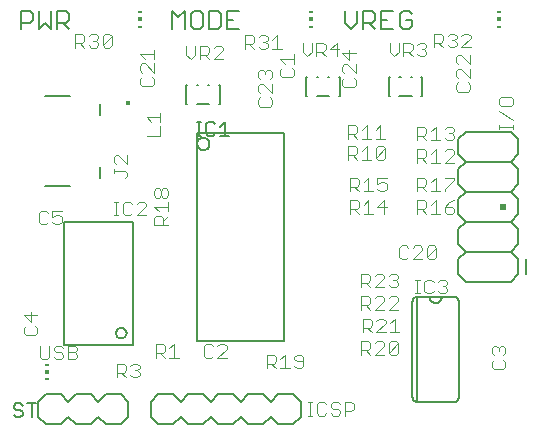
<source format=gto>
G75*
G70*
%OFA0B0*%
%FSLAX24Y24*%
%IPPOS*%
%LPD*%
%AMOC8*
5,1,8,0,0,1.08239X$1,22.5*
%
%ADD10C,0.0050*%
%ADD11C,0.0040*%
%ADD12R,0.0118X0.0059*%
%ADD13R,0.0118X0.0118*%
%ADD14C,0.0060*%
%ADD15C,0.0080*%
%ADD16R,0.0118X0.0157*%
%ADD17R,0.0200X0.0200*%
D10*
X002816Y005294D02*
X002741Y005369D01*
X002816Y005294D02*
X002966Y005294D01*
X003041Y005369D01*
X003041Y005444D01*
X002966Y005519D01*
X002816Y005519D01*
X002741Y005594D01*
X002741Y005669D01*
X002816Y005744D01*
X002966Y005744D01*
X003041Y005669D01*
X003201Y005744D02*
X003501Y005744D01*
X003351Y005744D02*
X003351Y005294D01*
X008854Y014664D02*
X009004Y014664D01*
X008929Y014664D02*
X008929Y015114D01*
X008854Y015114D02*
X009004Y015114D01*
X009161Y015039D02*
X009161Y014739D01*
X009236Y014664D01*
X009386Y014664D01*
X009461Y014739D01*
X009621Y014664D02*
X009921Y014664D01*
X009771Y014664D02*
X009771Y015114D01*
X009621Y014964D01*
X009461Y015039D02*
X009386Y015114D01*
X009236Y015114D01*
X009161Y015039D01*
X009247Y018214D02*
X009552Y018214D01*
X009654Y018315D01*
X009654Y018722D01*
X009552Y018824D01*
X009247Y018824D01*
X009247Y018214D01*
X009046Y018315D02*
X009046Y018722D01*
X008944Y018824D01*
X008741Y018824D01*
X008639Y018722D01*
X008639Y018315D01*
X008741Y018214D01*
X008944Y018214D01*
X009046Y018315D01*
X008439Y018214D02*
X008439Y018824D01*
X008235Y018621D01*
X008032Y018824D01*
X008032Y018214D01*
X009855Y018214D02*
X010262Y018214D01*
X010058Y018519D02*
X009855Y018519D01*
X009855Y018824D02*
X009855Y018214D01*
X009855Y018824D02*
X010262Y018824D01*
X013782Y018824D02*
X013782Y018417D01*
X013985Y018214D01*
X014189Y018417D01*
X014189Y018824D01*
X014389Y018824D02*
X014694Y018824D01*
X014796Y018722D01*
X014796Y018519D01*
X014694Y018417D01*
X014389Y018417D01*
X014389Y018214D02*
X014389Y018824D01*
X014593Y018417D02*
X014796Y018214D01*
X014997Y018214D02*
X015404Y018214D01*
X015605Y018315D02*
X015706Y018214D01*
X015910Y018214D01*
X016012Y018315D01*
X016012Y018519D01*
X015808Y018519D01*
X015605Y018722D02*
X015605Y018315D01*
X015605Y018722D02*
X015706Y018824D01*
X015910Y018824D01*
X016012Y018722D01*
X015404Y018824D02*
X014997Y018824D01*
X014997Y018214D01*
X014997Y018519D02*
X015200Y018519D01*
X004604Y018519D02*
X004502Y018417D01*
X004197Y018417D01*
X004197Y018214D02*
X004197Y018824D01*
X004502Y018824D01*
X004604Y018722D01*
X004604Y018519D01*
X004400Y018417D02*
X004604Y018214D01*
X003996Y018214D02*
X003996Y018824D01*
X003589Y018824D02*
X003589Y018214D01*
X003793Y018417D01*
X003996Y018214D01*
X003389Y018519D02*
X003287Y018417D01*
X002982Y018417D01*
X002982Y018214D02*
X002982Y018824D01*
X003287Y018824D01*
X003389Y018722D01*
X003389Y018519D01*
D11*
X004785Y018059D02*
X004785Y017599D01*
X004785Y017752D02*
X005016Y017752D01*
X005092Y017829D01*
X005092Y017982D01*
X005016Y018059D01*
X004785Y018059D01*
X004939Y017752D02*
X005092Y017599D01*
X005246Y017675D02*
X005322Y017599D01*
X005476Y017599D01*
X005553Y017675D01*
X005553Y017752D01*
X005476Y017829D01*
X005399Y017829D01*
X005476Y017829D02*
X005553Y017905D01*
X005553Y017982D01*
X005476Y018059D01*
X005322Y018059D01*
X005246Y017982D01*
X005706Y017982D02*
X005706Y017675D01*
X006013Y017982D01*
X006013Y017675D01*
X005936Y017599D01*
X005783Y017599D01*
X005706Y017675D01*
X005706Y017982D02*
X005783Y018059D01*
X005936Y018059D01*
X006013Y017982D01*
X006960Y017381D02*
X007420Y017381D01*
X007420Y017228D02*
X007420Y017535D01*
X007114Y017228D02*
X006960Y017381D01*
X007037Y017075D02*
X006960Y016998D01*
X006960Y016844D01*
X007037Y016768D01*
X007037Y016614D02*
X006960Y016538D01*
X006960Y016384D01*
X007037Y016307D01*
X007344Y016307D01*
X007420Y016384D01*
X007420Y016538D01*
X007344Y016614D01*
X007420Y016768D02*
X007114Y017075D01*
X007037Y017075D01*
X007420Y017075D02*
X007420Y016768D01*
X008495Y017362D02*
X008649Y017209D01*
X008802Y017362D01*
X008802Y017669D01*
X008956Y017669D02*
X009186Y017669D01*
X009263Y017592D01*
X009263Y017439D01*
X009186Y017362D01*
X008956Y017362D01*
X009109Y017362D02*
X009263Y017209D01*
X009416Y017209D02*
X009723Y017515D01*
X009723Y017592D01*
X009646Y017669D01*
X009493Y017669D01*
X009416Y017592D01*
X009416Y017209D02*
X009723Y017209D01*
X010445Y017559D02*
X010445Y018019D01*
X010676Y018019D01*
X010752Y017942D01*
X010752Y017789D01*
X010676Y017712D01*
X010445Y017712D01*
X010599Y017712D02*
X010752Y017559D01*
X010906Y017635D02*
X010982Y017559D01*
X011136Y017559D01*
X011213Y017635D01*
X011213Y017712D01*
X011136Y017789D01*
X011059Y017789D01*
X011136Y017789D02*
X011213Y017865D01*
X011213Y017942D01*
X011136Y018019D01*
X010982Y018019D01*
X010906Y017942D01*
X011366Y017865D02*
X011520Y018019D01*
X011520Y017559D01*
X011673Y017559D02*
X011366Y017559D01*
X011626Y017222D02*
X012087Y017222D01*
X012087Y017069D02*
X012087Y017376D01*
X012377Y017462D02*
X012530Y017309D01*
X012683Y017462D01*
X012683Y017769D01*
X012837Y017769D02*
X013067Y017769D01*
X013144Y017692D01*
X013144Y017539D01*
X013067Y017462D01*
X012837Y017462D01*
X012990Y017462D02*
X013144Y017309D01*
X013297Y017539D02*
X013604Y017539D01*
X013692Y017430D02*
X013923Y017199D01*
X013923Y017506D01*
X014153Y017430D02*
X013692Y017430D01*
X013527Y017309D02*
X013527Y017769D01*
X013297Y017539D01*
X012837Y017309D02*
X012837Y017769D01*
X012377Y017769D02*
X012377Y017462D01*
X012010Y016915D02*
X012087Y016839D01*
X012087Y016685D01*
X012010Y016609D01*
X011703Y016609D01*
X011626Y016685D01*
X011626Y016839D01*
X011703Y016915D01*
X011780Y017069D02*
X011626Y017222D01*
X011276Y016856D02*
X011353Y016780D01*
X011353Y016626D01*
X011276Y016549D01*
X011353Y016396D02*
X011353Y016089D01*
X011046Y016396D01*
X010969Y016396D01*
X010892Y016319D01*
X010892Y016166D01*
X010969Y016089D01*
X010969Y015936D02*
X010892Y015859D01*
X010892Y015705D01*
X010969Y015629D01*
X011276Y015629D01*
X011353Y015705D01*
X011353Y015859D01*
X011276Y015936D01*
X010969Y016549D02*
X010892Y016626D01*
X010892Y016780D01*
X010969Y016856D01*
X011046Y016856D01*
X011123Y016780D01*
X011199Y016856D01*
X011276Y016856D01*
X011123Y016780D02*
X011123Y016703D01*
X008956Y017209D02*
X008956Y017669D01*
X008495Y017669D02*
X008495Y017362D01*
X007637Y015430D02*
X007637Y015123D01*
X007637Y014970D02*
X007637Y014663D01*
X007176Y014663D01*
X007330Y015123D02*
X007176Y015277D01*
X007637Y015277D01*
X006537Y014026D02*
X006537Y013719D01*
X006230Y014026D01*
X006153Y014026D01*
X006076Y013949D01*
X006076Y013796D01*
X006153Y013719D01*
X006076Y013565D02*
X006076Y013412D01*
X006076Y013489D02*
X006460Y013489D01*
X006537Y013412D01*
X006537Y013335D01*
X006460Y013259D01*
X006460Y012469D02*
X006383Y012392D01*
X006383Y012085D01*
X006460Y012009D01*
X006614Y012009D01*
X006690Y012085D01*
X006844Y012009D02*
X007151Y012315D01*
X007151Y012392D01*
X007074Y012469D01*
X006920Y012469D01*
X006844Y012392D01*
X006690Y012392D02*
X006614Y012469D01*
X006460Y012469D01*
X006230Y012469D02*
X006077Y012469D01*
X006153Y012469D02*
X006153Y012009D01*
X006077Y012009D02*
X006230Y012009D01*
X006844Y012009D02*
X007151Y012009D01*
X007426Y011908D02*
X007503Y011984D01*
X007656Y011984D01*
X007733Y011908D01*
X007733Y011677D01*
X007887Y011677D02*
X007426Y011677D01*
X007426Y011908D01*
X007580Y012138D02*
X007426Y012291D01*
X007887Y012291D01*
X007887Y012138D02*
X007887Y012445D01*
X007810Y012598D02*
X007733Y012598D01*
X007656Y012675D01*
X007656Y012828D01*
X007733Y012905D01*
X007810Y012905D01*
X007887Y012828D01*
X007887Y012675D01*
X007810Y012598D01*
X007656Y012675D02*
X007580Y012598D01*
X007503Y012598D01*
X007426Y012675D01*
X007426Y012828D01*
X007503Y012905D01*
X007580Y012905D01*
X007656Y012828D01*
X007887Y011984D02*
X007733Y011831D01*
X004344Y011785D02*
X004267Y011709D01*
X004114Y011709D01*
X004037Y011785D01*
X003883Y011785D02*
X003807Y011709D01*
X003653Y011709D01*
X003577Y011785D01*
X003577Y012092D01*
X003653Y012169D01*
X003807Y012169D01*
X003883Y012092D01*
X004037Y012169D02*
X004037Y011939D01*
X004190Y012015D01*
X004267Y012015D01*
X004344Y011939D01*
X004344Y011785D01*
X004344Y012169D02*
X004037Y012169D01*
X003306Y008776D02*
X003306Y008469D01*
X003076Y008699D01*
X003537Y008699D01*
X003460Y008315D02*
X003537Y008239D01*
X003537Y008085D01*
X003460Y008009D01*
X003153Y008009D01*
X003076Y008085D01*
X003076Y008239D01*
X003153Y008315D01*
X003627Y007669D02*
X003627Y007285D01*
X003703Y007209D01*
X003857Y007209D01*
X003933Y007285D01*
X003933Y007669D01*
X004087Y007592D02*
X004087Y007515D01*
X004164Y007439D01*
X004317Y007439D01*
X004394Y007362D01*
X004394Y007285D01*
X004317Y007209D01*
X004164Y007209D01*
X004087Y007285D01*
X004087Y007592D02*
X004164Y007669D01*
X004317Y007669D01*
X004394Y007592D01*
X004547Y007669D02*
X004777Y007669D01*
X004854Y007592D01*
X004854Y007515D01*
X004777Y007439D01*
X004547Y007439D01*
X004547Y007209D02*
X004547Y007669D01*
X004777Y007439D02*
X004854Y007362D01*
X004854Y007285D01*
X004777Y007209D01*
X004547Y007209D01*
X006177Y007069D02*
X006177Y006609D01*
X006177Y006762D02*
X006407Y006762D01*
X006483Y006839D01*
X006483Y006992D01*
X006407Y007069D01*
X006177Y007069D01*
X006330Y006762D02*
X006483Y006609D01*
X006637Y006685D02*
X006714Y006609D01*
X006867Y006609D01*
X006944Y006685D01*
X006944Y006762D01*
X006867Y006839D01*
X006790Y006839D01*
X006867Y006839D02*
X006944Y006915D01*
X006944Y006992D01*
X006867Y007069D01*
X006714Y007069D01*
X006637Y006992D01*
X007477Y007269D02*
X007477Y007729D01*
X007707Y007729D01*
X007783Y007652D01*
X007783Y007499D01*
X007707Y007422D01*
X007477Y007422D01*
X007630Y007422D02*
X007783Y007269D01*
X007937Y007269D02*
X008244Y007269D01*
X008090Y007269D02*
X008090Y007729D01*
X007937Y007575D01*
X009077Y007642D02*
X009077Y007335D01*
X009153Y007259D01*
X009307Y007259D01*
X009383Y007335D01*
X009537Y007259D02*
X009844Y007565D01*
X009844Y007642D01*
X009767Y007719D01*
X009614Y007719D01*
X009537Y007642D01*
X009383Y007642D02*
X009307Y007719D01*
X009153Y007719D01*
X009077Y007642D01*
X009537Y007259D02*
X009844Y007259D01*
X011177Y007369D02*
X011177Y006909D01*
X011177Y007062D02*
X011407Y007062D01*
X011483Y007139D01*
X011483Y007292D01*
X011407Y007369D01*
X011177Y007369D01*
X011330Y007062D02*
X011483Y006909D01*
X011637Y006909D02*
X011944Y006909D01*
X011790Y006909D02*
X011790Y007369D01*
X011637Y007215D01*
X012097Y007215D02*
X012174Y007139D01*
X012404Y007139D01*
X012404Y007292D02*
X012404Y006985D01*
X012327Y006909D01*
X012174Y006909D01*
X012097Y006985D01*
X012097Y007215D02*
X012097Y007292D01*
X012174Y007369D01*
X012327Y007369D01*
X012404Y007292D01*
X012547Y005789D02*
X012700Y005789D01*
X012623Y005789D02*
X012623Y005329D01*
X012547Y005329D02*
X012700Y005329D01*
X012853Y005405D02*
X012853Y005712D01*
X012930Y005789D01*
X013084Y005789D01*
X013160Y005712D01*
X013314Y005712D02*
X013314Y005635D01*
X013390Y005559D01*
X013544Y005559D01*
X013621Y005482D01*
X013621Y005405D01*
X013544Y005329D01*
X013390Y005329D01*
X013314Y005405D01*
X013160Y005405D02*
X013084Y005329D01*
X012930Y005329D01*
X012853Y005405D01*
X013314Y005712D02*
X013390Y005789D01*
X013544Y005789D01*
X013621Y005712D01*
X013774Y005789D02*
X013774Y005329D01*
X013774Y005482D02*
X014004Y005482D01*
X014081Y005559D01*
X014081Y005712D01*
X014004Y005789D01*
X013774Y005789D01*
X014327Y007359D02*
X014327Y007819D01*
X014557Y007819D01*
X014633Y007742D01*
X014633Y007589D01*
X014557Y007512D01*
X014327Y007512D01*
X014480Y007512D02*
X014633Y007359D01*
X014787Y007359D02*
X015094Y007665D01*
X015094Y007742D01*
X015017Y007819D01*
X014864Y007819D01*
X014787Y007742D01*
X014837Y008109D02*
X015144Y008415D01*
X015144Y008492D01*
X015067Y008569D01*
X014914Y008569D01*
X014837Y008492D01*
X014683Y008492D02*
X014683Y008339D01*
X014607Y008262D01*
X014377Y008262D01*
X014530Y008262D02*
X014683Y008109D01*
X014837Y008109D02*
X015144Y008109D01*
X015297Y008109D02*
X015604Y008109D01*
X015451Y008109D02*
X015451Y008569D01*
X015297Y008415D01*
X015247Y008859D02*
X015554Y009165D01*
X015554Y009242D01*
X015477Y009319D01*
X015324Y009319D01*
X015247Y009242D01*
X015094Y009242D02*
X015017Y009319D01*
X014864Y009319D01*
X014787Y009242D01*
X014633Y009242D02*
X014633Y009089D01*
X014557Y009012D01*
X014327Y009012D01*
X014480Y009012D02*
X014633Y008859D01*
X014787Y008859D02*
X015094Y009165D01*
X015094Y009242D01*
X015094Y009609D02*
X014787Y009609D01*
X015094Y009915D01*
X015094Y009992D01*
X015017Y010069D01*
X014864Y010069D01*
X014787Y009992D01*
X014633Y009992D02*
X014557Y010069D01*
X014327Y010069D01*
X014327Y009609D01*
X014327Y009762D02*
X014557Y009762D01*
X014633Y009839D01*
X014633Y009992D01*
X014480Y009762D02*
X014633Y009609D01*
X014557Y009319D02*
X014327Y009319D01*
X014327Y008859D01*
X014377Y008569D02*
X014607Y008569D01*
X014683Y008492D01*
X014377Y008569D02*
X014377Y008109D01*
X014787Y008859D02*
X015094Y008859D01*
X015247Y008859D02*
X015554Y008859D01*
X016127Y009409D02*
X016280Y009409D01*
X016203Y009409D02*
X016203Y009869D01*
X016127Y009869D02*
X016280Y009869D01*
X016433Y009792D02*
X016433Y009485D01*
X016510Y009409D01*
X016664Y009409D01*
X016740Y009485D01*
X016894Y009485D02*
X016970Y009409D01*
X017124Y009409D01*
X017201Y009485D01*
X017201Y009562D01*
X017124Y009639D01*
X017047Y009639D01*
X017124Y009639D02*
X017201Y009715D01*
X017201Y009792D01*
X017124Y009869D01*
X016970Y009869D01*
X016894Y009792D01*
X016740Y009792D02*
X016664Y009869D01*
X016510Y009869D01*
X016433Y009792D01*
X016364Y010542D02*
X016057Y010542D01*
X016364Y010849D01*
X016364Y010926D01*
X016287Y011003D01*
X016134Y011003D01*
X016057Y010926D01*
X015904Y010926D02*
X015827Y011003D01*
X015673Y011003D01*
X015597Y010926D01*
X015597Y010619D01*
X015673Y010542D01*
X015827Y010542D01*
X015904Y010619D01*
X015477Y010069D02*
X015554Y009992D01*
X015554Y009915D01*
X015477Y009839D01*
X015554Y009762D01*
X015554Y009685D01*
X015477Y009609D01*
X015324Y009609D01*
X015247Y009685D01*
X015401Y009839D02*
X015477Y009839D01*
X015477Y010069D02*
X015324Y010069D01*
X015247Y009992D01*
X014557Y009319D02*
X014633Y009242D01*
X015324Y007819D02*
X015477Y007819D01*
X015554Y007742D01*
X015247Y007435D01*
X015324Y007359D01*
X015477Y007359D01*
X015554Y007435D01*
X015554Y007742D01*
X015324Y007819D02*
X015247Y007742D01*
X015247Y007435D01*
X015094Y007359D02*
X014787Y007359D01*
X016594Y010542D02*
X016517Y010619D01*
X016824Y010926D01*
X016824Y010619D01*
X016747Y010542D01*
X016594Y010542D01*
X016517Y010619D02*
X016517Y010926D01*
X016594Y011003D01*
X016747Y011003D01*
X016824Y010926D01*
X016809Y012059D02*
X016809Y012519D01*
X016656Y012365D01*
X016502Y012289D02*
X016426Y012212D01*
X016195Y012212D01*
X016195Y012059D02*
X016195Y012519D01*
X016426Y012519D01*
X016502Y012442D01*
X016502Y012289D01*
X016349Y012212D02*
X016502Y012059D01*
X016656Y012059D02*
X016963Y012059D01*
X017116Y012135D02*
X017116Y012289D01*
X017346Y012289D01*
X017423Y012212D01*
X017423Y012135D01*
X017346Y012059D01*
X017193Y012059D01*
X017116Y012135D01*
X017116Y012289D02*
X017270Y012442D01*
X017423Y012519D01*
X017116Y012809D02*
X017116Y012885D01*
X017423Y013192D01*
X017423Y013269D01*
X017116Y013269D01*
X016809Y013269D02*
X016809Y012809D01*
X016656Y012809D02*
X016963Y012809D01*
X016656Y013115D02*
X016809Y013269D01*
X016502Y013192D02*
X016502Y013039D01*
X016426Y012962D01*
X016195Y012962D01*
X016195Y012809D02*
X016195Y013269D01*
X016426Y013269D01*
X016502Y013192D01*
X016349Y012962D02*
X016502Y012809D01*
X016502Y013759D02*
X016349Y013912D01*
X016426Y013912D02*
X016195Y013912D01*
X016195Y013759D02*
X016195Y014219D01*
X016426Y014219D01*
X016502Y014142D01*
X016502Y013989D01*
X016426Y013912D01*
X016656Y013759D02*
X016963Y013759D01*
X017116Y013759D02*
X017423Y014065D01*
X017423Y014142D01*
X017346Y014219D01*
X017193Y014219D01*
X017116Y014142D01*
X016809Y014219D02*
X016809Y013759D01*
X017116Y013759D02*
X017423Y013759D01*
X016809Y014219D02*
X016656Y014065D01*
X016656Y014509D02*
X016963Y014509D01*
X016809Y014509D02*
X016809Y014969D01*
X016656Y014815D01*
X016502Y014739D02*
X016426Y014662D01*
X016195Y014662D01*
X016195Y014509D02*
X016195Y014969D01*
X016426Y014969D01*
X016502Y014892D01*
X016502Y014739D01*
X016349Y014662D02*
X016502Y014509D01*
X017116Y014585D02*
X017193Y014509D01*
X017346Y014509D01*
X017423Y014585D01*
X017423Y014662D01*
X017346Y014739D01*
X017270Y014739D01*
X017346Y014739D02*
X017423Y014815D01*
X017423Y014892D01*
X017346Y014969D01*
X017193Y014969D01*
X017116Y014892D01*
X017569Y016129D02*
X017876Y016129D01*
X017953Y016205D01*
X017953Y016359D01*
X017876Y016436D01*
X017953Y016589D02*
X017646Y016896D01*
X017569Y016896D01*
X017492Y016819D01*
X017492Y016666D01*
X017569Y016589D01*
X017569Y016436D02*
X017492Y016359D01*
X017492Y016205D01*
X017569Y016129D01*
X017953Y016589D02*
X017953Y016896D01*
X017953Y017049D02*
X017646Y017356D01*
X017569Y017356D01*
X017492Y017280D01*
X017492Y017126D01*
X017569Y017049D01*
X017953Y017049D02*
X017953Y017356D01*
X017973Y017609D02*
X017666Y017609D01*
X017973Y017915D01*
X017973Y017992D01*
X017896Y018069D01*
X017743Y018069D01*
X017666Y017992D01*
X017513Y017992D02*
X017513Y017915D01*
X017436Y017839D01*
X017513Y017762D01*
X017513Y017685D01*
X017436Y017609D01*
X017282Y017609D01*
X017206Y017685D01*
X017052Y017609D02*
X016899Y017762D01*
X016976Y017762D02*
X016745Y017762D01*
X016745Y017609D02*
X016745Y018069D01*
X016976Y018069D01*
X017052Y017992D01*
X017052Y017839D01*
X016976Y017762D01*
X017206Y017992D02*
X017282Y018069D01*
X017436Y018069D01*
X017513Y017992D01*
X017436Y017839D02*
X017359Y017839D01*
X016504Y017692D02*
X016504Y017615D01*
X016427Y017539D01*
X016504Y017462D01*
X016504Y017385D01*
X016427Y017309D01*
X016274Y017309D01*
X016197Y017385D01*
X016044Y017309D02*
X015890Y017462D01*
X015967Y017462D02*
X015737Y017462D01*
X015737Y017309D02*
X015737Y017769D01*
X015967Y017769D01*
X016044Y017692D01*
X016044Y017539D01*
X015967Y017462D01*
X015583Y017462D02*
X015583Y017769D01*
X015277Y017769D02*
X015277Y017462D01*
X015430Y017309D01*
X015583Y017462D01*
X016197Y017692D02*
X016274Y017769D01*
X016427Y017769D01*
X016504Y017692D01*
X016427Y017539D02*
X016351Y017539D01*
X014153Y017046D02*
X014153Y016739D01*
X013846Y017046D01*
X013769Y017046D01*
X013692Y016969D01*
X013692Y016816D01*
X013769Y016739D01*
X013769Y016586D02*
X013692Y016509D01*
X013692Y016355D01*
X013769Y016279D01*
X014076Y016279D01*
X014153Y016355D01*
X014153Y016509D01*
X014076Y016586D01*
X014126Y015019D02*
X013895Y015019D01*
X013895Y014559D01*
X013895Y014712D02*
X014126Y014712D01*
X014202Y014789D01*
X014202Y014942D01*
X014126Y015019D01*
X014356Y014865D02*
X014509Y015019D01*
X014509Y014559D01*
X014356Y014559D02*
X014663Y014559D01*
X014816Y014559D02*
X015123Y014559D01*
X014970Y014559D02*
X014970Y015019D01*
X014816Y014865D01*
X014893Y014319D02*
X015046Y014319D01*
X015123Y014242D01*
X014816Y013935D01*
X014893Y013859D01*
X015046Y013859D01*
X015123Y013935D01*
X015123Y014242D01*
X014893Y014319D02*
X014816Y014242D01*
X014816Y013935D01*
X014663Y013859D02*
X014356Y013859D01*
X014509Y013859D02*
X014509Y014319D01*
X014356Y014165D01*
X014202Y014089D02*
X014126Y014012D01*
X013895Y014012D01*
X013895Y013859D02*
X013895Y014319D01*
X014126Y014319D01*
X014202Y014242D01*
X014202Y014089D01*
X014049Y014012D02*
X014202Y013859D01*
X014176Y013269D02*
X013945Y013269D01*
X013945Y012809D01*
X013945Y012962D02*
X014176Y012962D01*
X014252Y013039D01*
X014252Y013192D01*
X014176Y013269D01*
X014406Y013115D02*
X014559Y013269D01*
X014559Y012809D01*
X014406Y012809D02*
X014713Y012809D01*
X014866Y012885D02*
X014943Y012809D01*
X015096Y012809D01*
X015173Y012885D01*
X015173Y013039D01*
X015096Y013115D01*
X015020Y013115D01*
X014866Y013039D01*
X014866Y013269D01*
X015173Y013269D01*
X015096Y012519D02*
X014866Y012289D01*
X015173Y012289D01*
X015096Y012059D02*
X015096Y012519D01*
X014559Y012519D02*
X014559Y012059D01*
X014406Y012059D02*
X014713Y012059D01*
X014406Y012365D02*
X014559Y012519D01*
X014252Y012442D02*
X014252Y012289D01*
X014176Y012212D01*
X013945Y012212D01*
X013945Y012059D02*
X013945Y012519D01*
X014176Y012519D01*
X014252Y012442D01*
X014099Y012212D02*
X014252Y012059D01*
X014252Y012809D02*
X014099Y012962D01*
X014202Y014559D02*
X014049Y014712D01*
X018926Y014881D02*
X018926Y015034D01*
X018926Y014958D02*
X019387Y014958D01*
X019387Y015034D02*
X019387Y014881D01*
X019387Y015188D02*
X018926Y015495D01*
X019003Y015648D02*
X019310Y015648D01*
X019387Y015725D01*
X019387Y015878D01*
X019310Y015955D01*
X019003Y015955D01*
X018926Y015878D01*
X018926Y015725D01*
X019003Y015648D01*
X018983Y007655D02*
X019060Y007655D01*
X019137Y007578D01*
X019137Y007425D01*
X019060Y007348D01*
X019060Y007195D02*
X019137Y007118D01*
X019137Y006965D01*
X019060Y006888D01*
X018753Y006888D01*
X018676Y006965D01*
X018676Y007118D01*
X018753Y007195D01*
X018753Y007348D02*
X018676Y007425D01*
X018676Y007578D01*
X018753Y007655D01*
X018830Y007655D01*
X018906Y007578D01*
X018983Y007655D01*
X018906Y007578D02*
X018906Y007502D01*
D12*
X018916Y018302D03*
X018916Y018775D03*
X012666Y018775D03*
X012666Y018302D03*
X006966Y018302D03*
X006966Y018775D03*
X003866Y007025D03*
X003866Y006552D03*
D13*
X003866Y006789D03*
X006966Y018539D03*
X012666Y018539D03*
X018916Y018539D03*
D14*
X016367Y016608D02*
X016329Y016608D01*
X016367Y016608D02*
X016367Y015970D01*
X016329Y015970D01*
X016012Y015970D02*
X015601Y015970D01*
X015284Y015970D02*
X015247Y015970D01*
X015247Y016608D01*
X015284Y016608D01*
X015601Y016608D02*
X015638Y016608D01*
X015975Y016608D02*
X016012Y016608D01*
X017807Y014789D02*
X019307Y014789D01*
X019557Y014539D01*
X019557Y014039D01*
X019307Y013789D01*
X017807Y013789D01*
X017557Y014039D01*
X017557Y014539D01*
X017807Y014789D01*
X017807Y013789D02*
X017557Y013539D01*
X017557Y013039D01*
X017807Y012789D01*
X019307Y012789D01*
X019557Y013039D01*
X019557Y013539D01*
X019307Y013789D01*
X019307Y012789D02*
X019557Y012539D01*
X019557Y012039D01*
X019307Y011789D01*
X017807Y011789D01*
X017557Y012039D01*
X017557Y012539D01*
X017807Y012789D01*
X017807Y011789D02*
X017557Y011539D01*
X017557Y011039D01*
X017807Y010789D01*
X019307Y010789D01*
X019557Y011039D01*
X019557Y011539D01*
X019307Y011789D01*
X019307Y010789D02*
X019557Y010539D01*
X019557Y010039D01*
X019307Y009789D01*
X017807Y009789D01*
X017557Y010039D01*
X017557Y010539D01*
X017807Y010789D01*
X017427Y009289D02*
X017007Y009289D01*
X016607Y009289D01*
X016187Y009289D01*
X016177Y009289D02*
X016177Y005789D01*
X016187Y005789D02*
X017427Y005789D01*
X017450Y005791D01*
X017473Y005796D01*
X017495Y005805D01*
X017515Y005818D01*
X017533Y005833D01*
X017548Y005851D01*
X017561Y005871D01*
X017570Y005893D01*
X017575Y005916D01*
X017577Y005939D01*
X017577Y009139D01*
X017575Y009162D01*
X017570Y009185D01*
X017561Y009207D01*
X017548Y009227D01*
X017533Y009245D01*
X017515Y009260D01*
X017495Y009273D01*
X017473Y009282D01*
X017450Y009287D01*
X017427Y009289D01*
X017007Y009289D02*
X017005Y009262D01*
X017000Y009235D01*
X016990Y009209D01*
X016978Y009185D01*
X016962Y009163D01*
X016944Y009143D01*
X016922Y009126D01*
X016899Y009111D01*
X016874Y009101D01*
X016848Y009093D01*
X016821Y009089D01*
X016793Y009089D01*
X016766Y009093D01*
X016740Y009101D01*
X016715Y009111D01*
X016692Y009126D01*
X016670Y009143D01*
X016652Y009163D01*
X016636Y009185D01*
X016624Y009209D01*
X016614Y009235D01*
X016609Y009262D01*
X016607Y009289D01*
X016187Y009289D02*
X016164Y009287D01*
X016141Y009282D01*
X016119Y009273D01*
X016099Y009260D01*
X016081Y009245D01*
X016066Y009227D01*
X016053Y009207D01*
X016044Y009185D01*
X016039Y009162D01*
X016037Y009139D01*
X016037Y005939D01*
X016039Y005916D01*
X016044Y005893D01*
X016053Y005871D01*
X016066Y005851D01*
X016081Y005833D01*
X016099Y005818D01*
X016119Y005805D01*
X016141Y005796D01*
X016164Y005791D01*
X016187Y005789D01*
X011768Y007809D02*
X011768Y014759D01*
X008845Y014759D01*
X008845Y007809D01*
X011768Y007809D01*
X006708Y007691D02*
X004405Y007691D01*
X004405Y011786D01*
X006708Y011786D01*
X006708Y007691D01*
X006143Y008075D02*
X006178Y008181D01*
X006268Y008247D01*
X006380Y008247D01*
X006470Y008181D01*
X006505Y008075D01*
X006470Y007969D01*
X006380Y007903D01*
X006268Y007903D01*
X006178Y007969D01*
X006143Y008075D01*
X008857Y014389D02*
X008890Y014503D01*
X008980Y014580D01*
X009097Y014597D01*
X009205Y014548D01*
X009268Y014448D01*
X009268Y014330D01*
X009205Y014230D01*
X009097Y014181D01*
X008980Y014198D01*
X008890Y014275D01*
X008857Y014389D01*
X008851Y015720D02*
X009262Y015720D01*
X009579Y015720D02*
X009617Y015720D01*
X009617Y016358D01*
X009579Y016358D01*
X009262Y016358D02*
X009225Y016358D01*
X008888Y016358D02*
X008851Y016358D01*
X008534Y016358D02*
X008497Y016358D01*
X008497Y015720D01*
X008534Y015720D01*
X012497Y015970D02*
X012534Y015970D01*
X012497Y015970D02*
X012497Y016608D01*
X012534Y016608D01*
X012851Y016608D02*
X012888Y016608D01*
X013225Y016608D02*
X013262Y016608D01*
X013579Y016608D02*
X013617Y016608D01*
X013617Y015970D01*
X013579Y015970D01*
X013262Y015970D02*
X012851Y015970D01*
D15*
X003557Y005289D02*
X003807Y005039D01*
X004307Y005039D01*
X004557Y005289D01*
X004807Y005039D01*
X005307Y005039D01*
X005557Y005289D01*
X005807Y005039D01*
X006307Y005039D01*
X006557Y005289D01*
X006557Y005789D01*
X006307Y006039D01*
X005807Y006039D01*
X005557Y005789D01*
X005307Y006039D01*
X004807Y006039D01*
X004557Y005789D01*
X004307Y006039D01*
X003807Y006039D01*
X003557Y005789D01*
X003557Y005289D01*
X007307Y005289D02*
X007557Y005039D01*
X008057Y005039D01*
X008307Y005289D01*
X008557Y005039D01*
X009057Y005039D01*
X009307Y005289D01*
X009557Y005039D01*
X010057Y005039D01*
X010307Y005289D01*
X010557Y005039D01*
X011057Y005039D01*
X011307Y005289D01*
X011557Y005039D01*
X012057Y005039D01*
X012307Y005289D01*
X012307Y005789D01*
X012057Y006039D01*
X011557Y006039D01*
X011307Y005789D01*
X011057Y006039D01*
X010557Y006039D01*
X010307Y005789D01*
X010057Y006039D01*
X009557Y006039D01*
X009307Y005789D01*
X009057Y006039D01*
X008557Y006039D01*
X008307Y005789D01*
X008057Y006039D01*
X007557Y006039D01*
X007307Y005789D01*
X007307Y005289D01*
X004621Y012993D02*
X003795Y012993D01*
X005606Y013268D02*
X005606Y013622D01*
X005606Y015355D02*
X005606Y015709D01*
X004621Y015985D02*
X003795Y015985D01*
X019807Y010539D02*
X019807Y010039D01*
D16*
X006557Y015739D03*
D17*
X019057Y012289D03*
M02*

</source>
